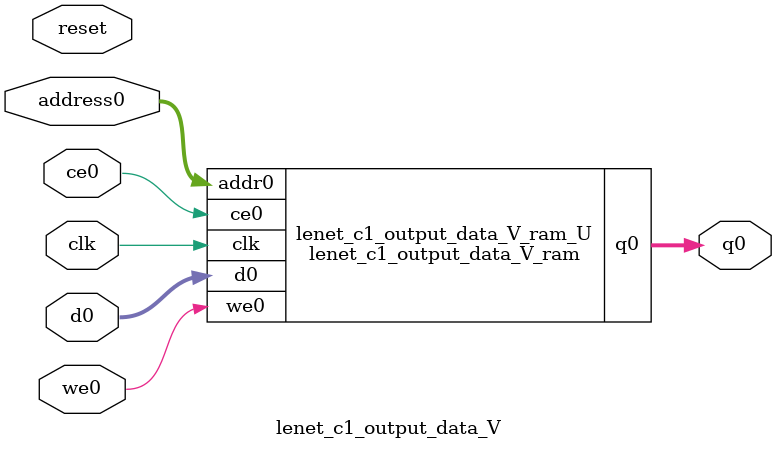
<source format=v>
`timescale 1 ns / 1 ps
module lenet_c1_output_data_V_ram (addr0, ce0, d0, we0, q0,  clk);

parameter DWIDTH = 16;
parameter AWIDTH = 13;
parameter MEM_SIZE = 4704;

input[AWIDTH-1:0] addr0;
input ce0;
input[DWIDTH-1:0] d0;
input we0;
output reg[DWIDTH-1:0] q0;
input clk;

(* ram_style = "block" *)reg [DWIDTH-1:0] ram[0:MEM_SIZE-1];




always @(posedge clk)  
begin 
    if (ce0) 
    begin
        if (we0) 
        begin 
            ram[addr0] <= d0; 
        end 
        q0 <= ram[addr0];
    end
end


endmodule

`timescale 1 ns / 1 ps
module lenet_c1_output_data_V(
    reset,
    clk,
    address0,
    ce0,
    we0,
    d0,
    q0);

parameter DataWidth = 32'd16;
parameter AddressRange = 32'd4704;
parameter AddressWidth = 32'd13;
input reset;
input clk;
input[AddressWidth - 1:0] address0;
input ce0;
input we0;
input[DataWidth - 1:0] d0;
output[DataWidth - 1:0] q0;



lenet_c1_output_data_V_ram lenet_c1_output_data_V_ram_U(
    .clk( clk ),
    .addr0( address0 ),
    .ce0( ce0 ),
    .we0( we0 ),
    .d0( d0 ),
    .q0( q0 ));

endmodule


</source>
